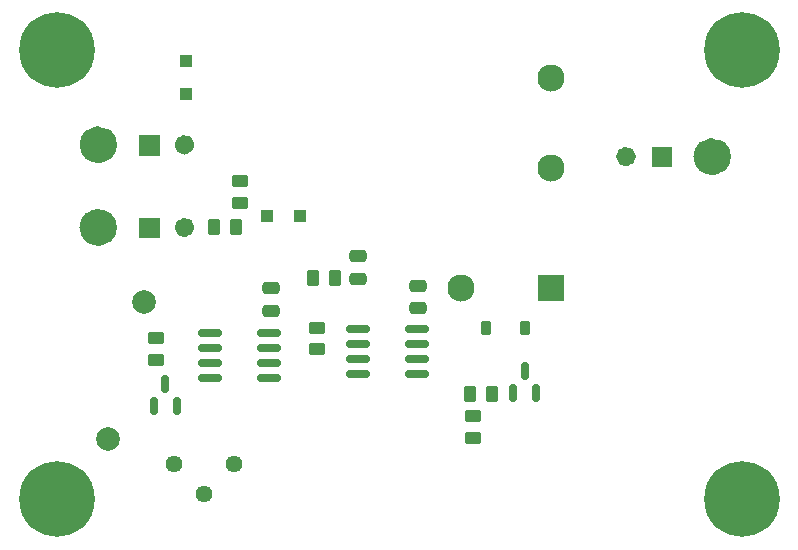
<source format=gbr>
%TF.GenerationSoftware,KiCad,Pcbnew,7.0.1*%
%TF.CreationDate,2023-05-29T21:51:14-06:00*%
%TF.ProjectId,Over_Voltage_Latch,4f766572-5f56-46f6-9c74-6167655f4c61,1*%
%TF.SameCoordinates,Original*%
%TF.FileFunction,Soldermask,Top*%
%TF.FilePolarity,Negative*%
%FSLAX46Y46*%
G04 Gerber Fmt 4.6, Leading zero omitted, Abs format (unit mm)*
G04 Created by KiCad (PCBNEW 7.0.1) date 2023-05-29 21:51:14*
%MOMM*%
%LPD*%
G01*
G04 APERTURE LIST*
G04 Aperture macros list*
%AMRoundRect*
0 Rectangle with rounded corners*
0 $1 Rounding radius*
0 $2 $3 $4 $5 $6 $7 $8 $9 X,Y pos of 4 corners*
0 Add a 4 corners polygon primitive as box body*
4,1,4,$2,$3,$4,$5,$6,$7,$8,$9,$2,$3,0*
0 Add four circle primitives for the rounded corners*
1,1,$1+$1,$2,$3*
1,1,$1+$1,$4,$5*
1,1,$1+$1,$6,$7*
1,1,$1+$1,$8,$9*
0 Add four rect primitives between the rounded corners*
20,1,$1+$1,$2,$3,$4,$5,0*
20,1,$1+$1,$4,$5,$6,$7,0*
20,1,$1+$1,$6,$7,$8,$9,0*
20,1,$1+$1,$8,$9,$2,$3,0*%
G04 Aperture macros list end*
%ADD10C,0.836200*%
%ADD11C,1.576200*%
%ADD12C,0.010000*%
%ADD13RoundRect,0.250000X-0.475000X0.250000X-0.475000X-0.250000X0.475000X-0.250000X0.475000X0.250000X0*%
%ADD14RoundRect,0.225000X-0.225000X-0.375000X0.225000X-0.375000X0.225000X0.375000X-0.225000X0.375000X0*%
%ADD15RoundRect,0.150000X0.150000X-0.587500X0.150000X0.587500X-0.150000X0.587500X-0.150000X-0.587500X0*%
%ADD16C,0.800000*%
%ADD17C,6.400000*%
%ADD18C,2.000000*%
%ADD19RoundRect,0.250000X0.475000X-0.250000X0.475000X0.250000X-0.475000X0.250000X-0.475000X-0.250000X0*%
%ADD20RoundRect,0.250000X-0.450000X0.262500X-0.450000X-0.262500X0.450000X-0.262500X0.450000X0.262500X0*%
%ADD21RoundRect,0.150000X-0.825000X-0.150000X0.825000X-0.150000X0.825000X0.150000X-0.825000X0.150000X0*%
%ADD22RoundRect,0.250000X-0.262500X-0.450000X0.262500X-0.450000X0.262500X0.450000X-0.262500X0.450000X0*%
%ADD23R,2.300000X2.300000*%
%ADD24C,2.300000*%
%ADD25C,3.000000*%
%ADD26RoundRect,0.250000X0.300000X-0.300000X0.300000X0.300000X-0.300000X0.300000X-0.300000X-0.300000X0*%
%ADD27C,1.440000*%
%ADD28RoundRect,0.250000X-0.300000X-0.300000X0.300000X-0.300000X0.300000X0.300000X-0.300000X0.300000X0*%
G04 APERTURE END LIST*
D10*
%TO.C,J3*%
X161808100Y-92000000D02*
G75*
G03*
X161808100Y-92000000I-418100J0D01*
G01*
D11*
X169478100Y-92000000D02*
G75*
G03*
X169478100Y-92000000I-788100J0D01*
G01*
D12*
X165226200Y-92836200D02*
X163553800Y-92836200D01*
X163553800Y-91163800D01*
X165226200Y-91163800D01*
X165226200Y-92836200D01*
G36*
X165226200Y-92836200D02*
G01*
X163553800Y-92836200D01*
X163553800Y-91163800D01*
X165226200Y-91163800D01*
X165226200Y-92836200D01*
G37*
D10*
%TO.C,J2*%
X124428100Y-98000000D02*
G75*
G03*
X124428100Y-98000000I-418100J0D01*
G01*
D11*
X117498100Y-98000000D02*
G75*
G03*
X117498100Y-98000000I-788100J0D01*
G01*
D12*
X121846200Y-98836200D02*
X120173800Y-98836200D01*
X120173800Y-97163800D01*
X121846200Y-97163800D01*
X121846200Y-98836200D01*
G36*
X121846200Y-98836200D02*
G01*
X120173800Y-98836200D01*
X120173800Y-97163800D01*
X121846200Y-97163800D01*
X121846200Y-98836200D01*
G37*
D10*
%TO.C,J1*%
X124428100Y-91000000D02*
G75*
G03*
X124428100Y-91000000I-418100J0D01*
G01*
D11*
X117498100Y-91000000D02*
G75*
G03*
X117498100Y-91000000I-788100J0D01*
G01*
D12*
X121846200Y-91836200D02*
X120173800Y-91836200D01*
X120173800Y-90163800D01*
X121846200Y-90163800D01*
X121846200Y-91836200D01*
G36*
X121846200Y-91836200D02*
G01*
X120173800Y-91836200D01*
X120173800Y-90163800D01*
X121846200Y-90163800D01*
X121846200Y-91836200D01*
G37*
%TD*%
D13*
%TO.C,C3*%
X138700000Y-100450000D03*
X138700000Y-102350000D03*
%TD*%
D14*
%TO.C,D1*%
X149550000Y-106500000D03*
X152850000Y-106500000D03*
%TD*%
D15*
%TO.C,Q1*%
X151850000Y-112037500D03*
X153750000Y-112037500D03*
X152800000Y-110162500D03*
%TD*%
D16*
%TO.C,H1*%
X110800000Y-83000000D03*
X111502944Y-81302944D03*
X111502944Y-84697056D03*
X113200000Y-80600000D03*
D17*
X113200000Y-83000000D03*
D16*
X113200000Y-85400000D03*
X114897056Y-81302944D03*
X114897056Y-84697056D03*
X115600000Y-83000000D03*
%TD*%
D18*
%TO.C,TP2*%
X117500000Y-115900000D03*
%TD*%
D19*
%TO.C,C2*%
X143800000Y-104850000D03*
X143800000Y-102950000D03*
%TD*%
D20*
%TO.C,R6*%
X135200000Y-106487500D03*
X135200000Y-108312500D03*
%TD*%
D21*
%TO.C,U1*%
X126200000Y-106980000D03*
X126200000Y-108250000D03*
X126200000Y-109520000D03*
X126200000Y-110790000D03*
X131150000Y-110790000D03*
X131150000Y-109520000D03*
X131150000Y-108250000D03*
X131150000Y-106980000D03*
%TD*%
D22*
%TO.C,R7*%
X134887500Y-102300000D03*
X136712500Y-102300000D03*
%TD*%
D23*
%TO.C,K1*%
X155000000Y-103160000D03*
D24*
X155000000Y-93000000D03*
X155000000Y-85380000D03*
X147380000Y-103160000D03*
%TD*%
D16*
%TO.C,H2*%
X110800000Y-121000000D03*
X111502944Y-119302944D03*
X111502944Y-122697056D03*
X113200000Y-118600000D03*
D17*
X113200000Y-121000000D03*
D16*
X113200000Y-123400000D03*
X114897056Y-119302944D03*
X114897056Y-122697056D03*
X115600000Y-121000000D03*
%TD*%
D19*
%TO.C,C1*%
X131300000Y-105050000D03*
X131300000Y-103150000D03*
%TD*%
D22*
%TO.C,R1*%
X126537500Y-98000000D03*
X128362500Y-98000000D03*
%TD*%
D25*
%TO.C,J3*%
X168690000Y-92000000D03*
%TD*%
D16*
%TO.C,H4*%
X168800000Y-121000000D03*
X169502944Y-119302944D03*
X169502944Y-122697056D03*
X171200000Y-118600000D03*
D17*
X171200000Y-121000000D03*
D16*
X171200000Y-123400000D03*
X172897056Y-119302944D03*
X172897056Y-122697056D03*
X173600000Y-121000000D03*
%TD*%
D26*
%TO.C,D3*%
X124100000Y-86700000D03*
X124100000Y-83900000D03*
%TD*%
D16*
%TO.C,H3*%
X168800000Y-83000000D03*
X169502944Y-81302944D03*
X169502944Y-84697056D03*
X171200000Y-80600000D03*
D17*
X171200000Y-83000000D03*
D16*
X171200000Y-85400000D03*
X172897056Y-81302944D03*
X172897056Y-84697056D03*
X173600000Y-83000000D03*
%TD*%
D27*
%TO.C,RV1*%
X128200000Y-118000000D03*
X125660000Y-120540000D03*
X123120000Y-118000000D03*
%TD*%
D20*
%TO.C,R3*%
X121600000Y-107387500D03*
X121600000Y-109212500D03*
%TD*%
D21*
%TO.C,U3*%
X138725000Y-106595000D03*
X138725000Y-107865000D03*
X138725000Y-109135000D03*
X138725000Y-110405000D03*
X143675000Y-110405000D03*
X143675000Y-109135000D03*
X143675000Y-107865000D03*
X143675000Y-106595000D03*
%TD*%
D20*
%TO.C,R2*%
X128700000Y-94087500D03*
X128700000Y-95912500D03*
%TD*%
D15*
%TO.C,U2*%
X121450000Y-113137500D03*
X123350000Y-113137500D03*
X122400000Y-111262500D03*
%TD*%
D25*
%TO.C,J2*%
X116710000Y-98000000D03*
%TD*%
D20*
%TO.C,R5*%
X148400000Y-113975000D03*
X148400000Y-115800000D03*
%TD*%
D28*
%TO.C,D2*%
X131000000Y-97000000D03*
X133800000Y-97000000D03*
%TD*%
D18*
%TO.C,TP1*%
X120600000Y-104300000D03*
%TD*%
D25*
%TO.C,J1*%
X116710000Y-91000000D03*
%TD*%
D22*
%TO.C,R4*%
X148187500Y-112100000D03*
X150012500Y-112100000D03*
%TD*%
M02*

</source>
